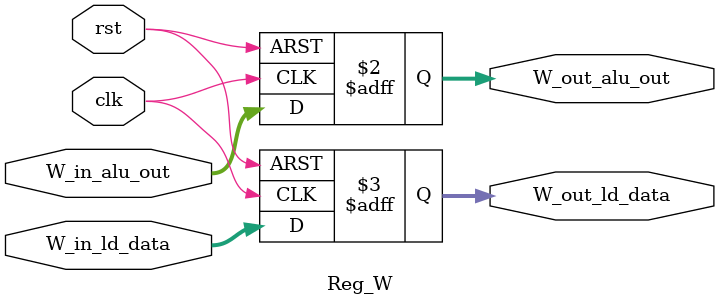
<source format=v>
module Reg_W(input wire clk,
             input wire rst,
             input wire [31:0] W_in_alu_out,
             input wire [31:0] W_in_ld_data,
             output reg [31:0] W_out_alu_out,
             output reg [31:0] W_out_ld_data);
    
    always@(posedge clk or posedge rst)
    begin
        if (rst)
        begin
            W_out_alu_out <= 32'd0;
            W_out_ld_data <= 32'd0;
        end
        else
        begin
            W_out_alu_out <= W_in_alu_out;
            W_out_ld_data <= W_in_ld_data;
        end
    end
endmodule

</source>
